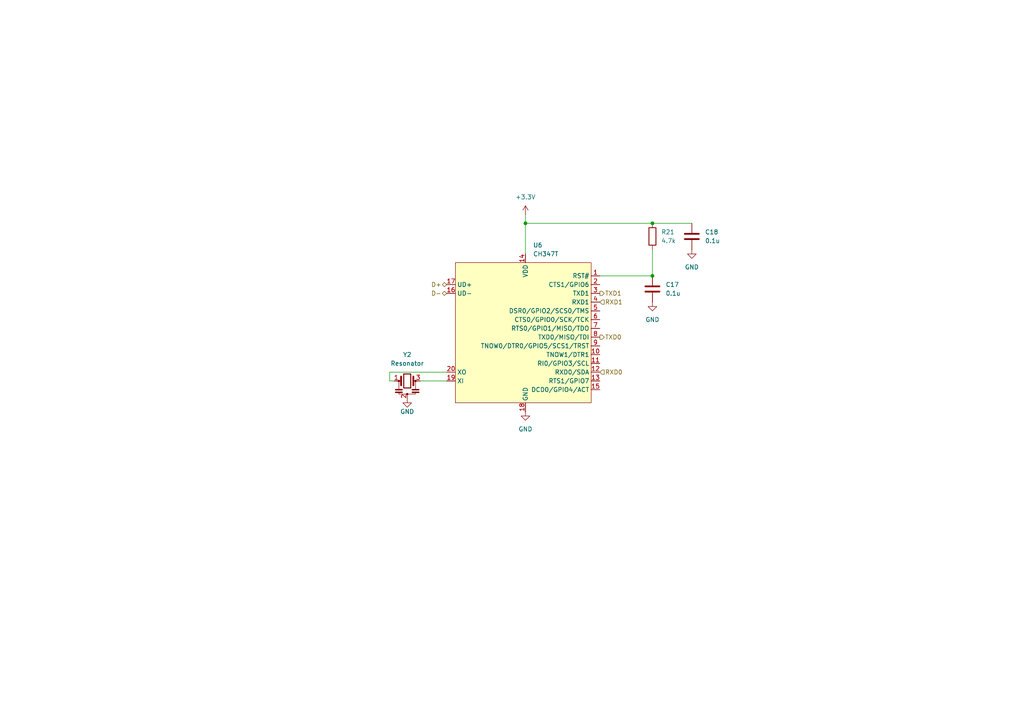
<source format=kicad_sch>
(kicad_sch (version 20231120) (generator "eeschema") (generator_version "8.0")
  (paper "A4")
  (lib_symbols
    (symbol "Device:C" (pin_numbers hide) (pin_names (offset 0.254))
      (property "Reference" "C" (at 0.635 2.54 0))
      (property "Value" "C" (at 0.635 -2.54 0))
      (symbol "C_0_1"
        (polyline (pts (xy -2.032 -0.762) (xy 2.032 -0.762)) (stroke (width 0.508)))
        (polyline (pts (xy -2.032 0.762) (xy 2.032 0.762)) (stroke (width 0.508)))
      )
      (symbol "C_1_1"
        (pin passive line (at 0 3.81 270) (length 2.794) (name "~") (number "1"))
        (pin passive line (at 0 -3.81 90) (length 2.794) (name "~") (number "2"))
      )
    )
    (symbol "Device:R" (pin_numbers hide) (pin_names (offset 0))
      (property "Reference" "R" (at 2.032 0 90))
      (property "Value" "R" (at 0 0 90))
      (symbol "R_0_1"
        (rectangle (start -1.016 -2.54) (end 1.016 2.54) (stroke (width 0.254)))
      )
      (symbol "R_1_1"
        (pin passive line (at 0 3.81 270) (length 1.27) (name "~") (number "1"))
        (pin passive line (at 0 -3.81 90) (length 1.27) (name "~") (number "2"))
      )
    )
    (symbol "Device:Resonator" (pin_names (offset 1.016) hide)
      (property "Reference" "Y" (at 0 5.715 0))
      (property "Value" "Resonator" (at 0 3.81 0))
      (symbol "Resonator_0_1"
        (rectangle (start -3.429 -3.175) (end -1.397 -3.429) (fill (type outline)))
        (rectangle (start -3.429 -2.413) (end -1.397 -2.667) (fill (type outline)))
        (circle (center -2.413 0) (radius 0.254) (fill (type outline)))
        (rectangle (start -1.016 2.032) (end 1.016 -2.032) (stroke (width 0.3048)))
        (circle (center 0 -3.81) (radius 0.254) (fill (type outline)))
        (polyline (pts (xy -2.413 -2.413) (xy -2.413 0)))
        (polyline (pts (xy -1.905 0) (xy -3.175 0)))
        (polyline (pts (xy -1.778 -1.27) (xy -1.778 1.27)) (stroke (width 0.508)))
        (polyline (pts (xy 1.778 -1.27) (xy 1.778 1.27)) (stroke (width 0.508)))
        (polyline (pts (xy 1.905 0) (xy 2.54 0)))
        (polyline (pts (xy 2.413 0) (xy 2.413 -2.54)))
        (polyline (pts (xy 2.413 -3.302) (xy 2.413 -3.81) (xy -2.413 -3.81) (xy -2.413 -3.302)))
        (rectangle (start 1.397 -3.175) (end 3.429 -3.429) (fill (type outline)))
        (rectangle (start 1.397 -2.413) (end 3.429 -2.667) (fill (type outline)))
        (circle (center 2.413 0) (radius 0.254) (fill (type outline)))
      )
      (symbol "Resonator_1_1"
        (pin passive line (at -3.81 0 0) (length 1.27) (name "1") (number "1"))
        (pin passive line (at 0 -5.08 90) (length 1.27) (name "2") (number "2"))
        (pin passive line (at 3.81 0 180) (length 1.27) (name "3") (number "3"))
      )
    )
    (symbol "Robocon_USB:CH347T"
      (property "Reference" "U" (at 4.064 23.876 0))
      (property "Value" "CH347T" (at 6.858 21.844 0))
      (symbol "CH347T_1_1"
        (rectangle (start -20.32 20.32) (end 19.05 -20.32) (fill (type background)))
        (pin input line (at 21.59 16.51 180) (length 2.54) (name "RST#") (number "1"))
        (pin tri_state line (at 21.59 -6.35 180) (length 2.54) (name "TNOW1/DTR1") (number "10"))
        (pin tri_state line (at 21.59 -8.89 180) (length 2.54) (name "RI0/GPIO3/SCL") (number "11"))
        (pin tri_state line (at 21.59 -11.43 180) (length 2.54) (name "RXD0/SDA") (number "12"))
        (pin tri_state line (at 21.59 -13.97 180) (length 2.54) (name "RTS1/GPIO7") (number "13"))
        (pin power_in line (at 0 22.86 270) (length 2.54) (name "VDD") (number "14"))
        (pin tri_state line (at 21.59 -16.51 180) (length 2.54) (name "DCD0/GPIO4/ACT") (number "15"))
        (pin bidirectional line (at -22.86 11.43 0) (length 2.54) (name "UD-") (number "16"))
        (pin bidirectional line (at -22.86 13.97 0) (length 2.54) (name "UD+") (number "17"))
        (pin power_in line (at 0 -22.86 90) (length 2.54) (name "GND") (number "18"))
        (pin bidirectional line (at -22.86 -13.97 0) (length 2.54) (name "XI") (number "19"))
        (pin input line (at 21.59 13.97 180) (length 2.54) (name "CTS1/GPIO6") (number "2"))
        (pin bidirectional line (at -22.86 -11.43 0) (length 2.54) (name "XO") (number "20"))
        (pin output line (at 21.59 11.43 180) (length 2.54) (name "TXD1") (number "3"))
        (pin input line (at 21.59 8.89 180) (length 2.54) (name "RXD1") (number "4"))
        (pin tri_state line (at 21.59 6.35 180) (length 2.54) (name "DSR0/GPIO2/SCS0/TMS") (number "5"))
        (pin tri_state line (at 21.59 3.81 180) (length 2.54) (name "CTS0/GPIO0/SCK/TCK") (number "6"))
        (pin tri_state line (at 21.59 1.27 180) (length 2.54) (name "RTS0/GPIO1/MISO/TDO") (number "7"))
        (pin tri_state line (at 21.59 -1.27 180) (length 2.54) (name "TXD0/MISO/TDI") (number "8"))
        (pin tri_state line (at 21.59 -3.81 180) (length 2.54) (name "TNOW0/DTR0/GPIO5/SCS1/TRST") (number "9"))
      )
    )
    (symbol "power:+3.3V" (power) (pin_numbers hide) (pin_names (offset 0) hide)
      (property "Value" "+3.3V" (at 0 3.556 0))
      (symbol "+3.3V_0_1"
        (polyline (pts (xy -0.762 1.27) (xy 0 2.54)))
        (polyline (pts (xy 0 0) (xy 0 2.54)))
        (polyline (pts (xy 0 2.54) (xy 0.762 1.27)))
      )
      (symbol "+3.3V_1_1"
        (pin power_in line (at 0 0 90) (length 0) (name "~") (number "1"))
      )
    )
    (symbol "power:GND" (power) (pin_numbers hide) (pin_names (offset 0) hide)
      (property "Value" "GND" (at 0 -3.81 0))
      (symbol "GND_0_1"
        (polyline (pts (xy 0 0) (xy 0 -1.27) (xy 1.27 -1.27) (xy 0 -2.54) (xy -1.27 -1.27) (xy 0 -1.27)))
      )
      (symbol "GND_1_1"
        (pin power_in line (at 0 0 270) (length 0) (name "~") (number "1"))
      )
    )
  )
  (junction (at 152.4 64.77))
  (junction (at 189.23 80.01))
  (junction (at 189.23 64.77))
  (wire (pts (xy 189.23 64.77) (xy 200.66 64.77)))
  (wire (pts (xy 152.4 62.23) (xy 152.4 64.77)))
  (wire (pts (xy 189.23 80.01) (xy 173.99 80.01)))
  (wire (pts (xy 189.23 72.39) (xy 189.23 80.01)))
  (wire (pts (xy 129.54 107.95) (xy 113.03 107.95)))
  (wire (pts (xy 152.4 64.77) (xy 189.23 64.77)))
  (wire (pts (xy 114.3 110.49) (xy 113.03 110.49)))
  (wire (pts (xy 152.4 64.77) (xy 152.4 73.66)))
  (wire (pts (xy 121.92 110.49) (xy 129.54 110.49)))
  (wire (pts (xy 113.03 107.95) (xy 113.03 110.49)))
  (hierarchical_label "RXD0" (shape input) (at 173.99 107.95 0))
  (hierarchical_label "TXD1" (shape output) (at 173.99 85.09 0))
  (hierarchical_label "D+" (shape bidirectional) (at 129.54 82.55 180))
  (hierarchical_label "RXD1" (shape input) (at 173.99 87.63 0))
  (hierarchical_label "D-" (shape bidirectional) (at 129.54 85.09 180))
  (hierarchical_label "TXD0" (shape output) (at 173.99 97.79 0))
  (symbol (lib_id "power:GND") (at 189.23 87.63 0) (unit 1)
    (property "Reference" "#PWR057" (effects (hide yes)))
    (property "Value" "GND" (at 189.23 92.71 0))
    (property "Description" "Power symbol creates a global label with name \"GND\" , ground" (effects (hide yes)))
  )
  (symbol (lib_id "Device:C") (at 200.66 68.58 0) (unit 1)
    (property "Reference" "C18" (at 204.47 67.3099 0) (effects (justify left)))
    (property "Value" "0.1u" (at 204.47 69.8499 0) (effects (justify left)))
    (property "Footprint" "Capacitor_SMD:C_0603_1608Metric_Pad1.08x0.95mm_HandSolder" (effects (hide yes)))
    (property "Description" "Unpolarized capacitor" (effects (hide yes)))
  )
  (symbol (lib_id "Device:C") (at 189.23 83.82 0) (unit 1)
    (property "Reference" "C17" (at 193.04 82.5499 0) (effects (justify left)))
    (property "Value" "0.1u" (at 193.04 85.0899 0) (effects (justify left)))
    (property "Footprint" "Capacitor_SMD:C_0603_1608Metric_Pad1.08x0.95mm_HandSolder" (effects (hide yes)))
    (property "Description" "Unpolarized capacitor" (effects (hide yes)))
  )
  (symbol (lib_id "Robocon_USB:CH347T") (at 152.4 96.52 0) (unit 1)
    (property "Reference" "U6" (at 154.5941 71.12 0) (effects (justify left)))
    (property "Value" "CH347T" (at 154.5941 73.66 0) (effects (justify left)))
    (property "Footprint" "Package_SO:SSOP-20_4.4x6.5mm_P0.65mm" (effects (hide yes)))
  )
  (symbol (lib_id "power:GND") (at 200.66 72.39 0) (unit 1)
    (property "Reference" "#PWR058" (effects (hide yes)))
    (property "Value" "GND" (at 200.66 77.47 0))
    (property "Description" "Power symbol creates a global label with name \"GND\" , ground" (effects (hide yes)))
  )
  (symbol (lib_id "Device:Resonator") (at 118.11 110.49 0) (unit 1)
    (property "Reference" "Y2" (at 118.11 102.87 0))
    (property "Value" "Resonator" (at 118.11 105.41 0))
    (property "Footprint" "Crystal:Resonator_SMD_Murata_CSTxExxV-3Pin_3.0x1.1mm_HandSoldering" (effects (hide yes)))
    (property "Description" "Three pin ceramic resonator" (effects (hide yes)))
  )
  (symbol (lib_id "power:+3.3V") (at 152.4 62.23 0) (unit 1)
    (property "Reference" "#PWR055" (effects (hide yes)))
    (property "Value" "+3.3V" (at 152.4 57.15 0))
    (property "Description" "Power symbol creates a global label with name \"+3.3V\"" (effects (hide yes)))
  )
  (symbol (lib_id "Device:R") (at 189.23 68.58 0) (unit 1)
    (property "Reference" "R21" (at 191.77 67.3099 0) (effects (justify left)))
    (property "Value" "4.7k" (at 191.77 69.8499 0) (effects (justify left)))
    (property "Footprint" "Resistor_SMD:R_0603_1608Metric_Pad0.98x0.95mm_HandSolder" (effects (hide yes)))
    (property "Description" "Resistor" (effects (hide yes)))
  )
  (symbol (lib_id "power:GND") (at 118.11 115.57 0) (unit 1)
    (property "Reference" "#PWR054" (effects (hide yes)))
    (property "Value" "GND" (at 118.11 119.38 0))
    (property "Description" "Power symbol creates a global label with name \"GND\" , ground" (effects (hide yes)))
  )
  (symbol (lib_id "power:GND") (at 152.4 119.38 0) (unit 1)
    (property "Reference" "#PWR056" (effects (hide yes)))
    (property "Value" "GND" (at 152.4 124.46 0))
    (property "Description" "Power symbol creates a global label with name \"GND\" , ground" (effects (hide yes)))
  )
)
</source>
